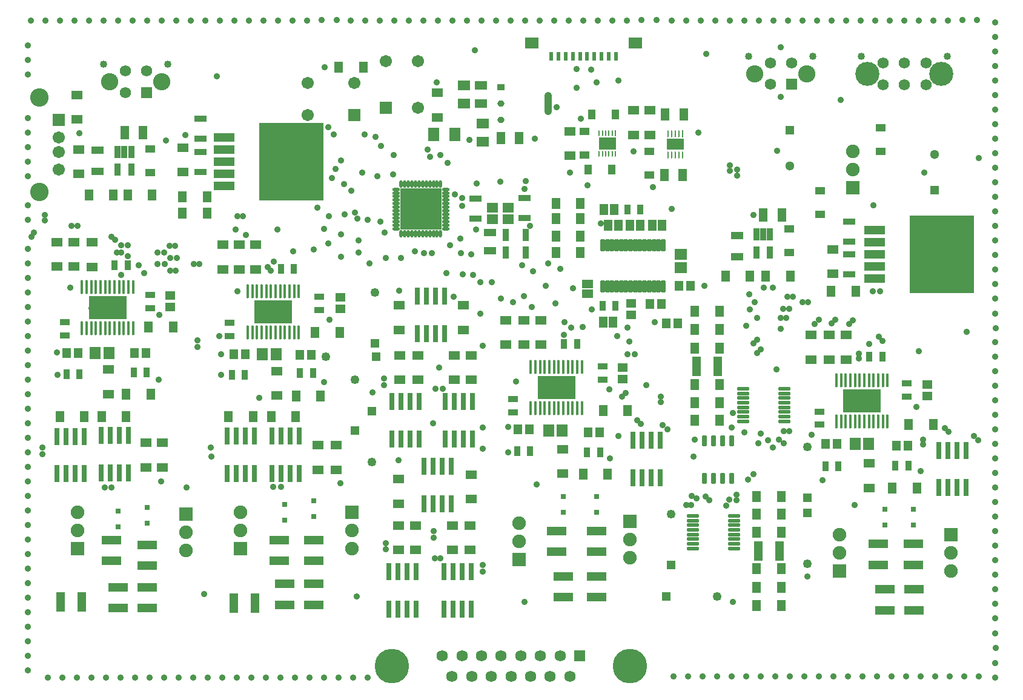
<source format=gbr>
%TF.GenerationSoftware,Altium Limited,Altium Designer,25.3.3 (18)*%
G04 Layer_Color=8388736*
%FSLAX45Y45*%
%MOMM*%
%TF.SameCoordinates,7852E7E1-4E30-4CDD-8EF1-640B4E54786C*%
%TF.FilePolarity,Negative*%
%TF.FileFunction,Soldermask,Top*%
%TF.Part,Single*%
G01*
G75*
%TA.AperFunction,SMDPad,CuDef*%
%ADD10R,1.50000X1.25000*%
G04:AMPARAMS|DCode=11|XSize=1.95543mm|YSize=0.42077mm|CornerRadius=0.21038mm|HoleSize=0mm|Usage=FLASHONLY|Rotation=270.000|XOffset=0mm|YOffset=0mm|HoleType=Round|Shape=RoundedRectangle|*
%AMROUNDEDRECTD11*
21,1,1.95543,0.00000,0,0,270.0*
21,1,1.53467,0.42077,0,0,270.0*
1,1,0.42077,0.00000,-0.76733*
1,1,0.42077,0.00000,0.76733*
1,1,0.42077,0.00000,0.76733*
1,1,0.42077,0.00000,-0.76733*
%
%ADD11ROUNDEDRECTD11*%
%ADD12R,5.26000X3.20000*%
%ADD13R,0.42077X1.95543*%
%ADD16R,1.80000X1.00000*%
%ADD17R,1.20490X2.70620*%
%ADD19R,1.80000X1.40000*%
%ADD25R,1.35000X1.10000*%
%ADD28R,1.25000X1.50000*%
%ADD29R,0.95000X1.40000*%
G04:AMPARAMS|DCode=31|XSize=1.00429mm|YSize=3.18213mm|CornerRadius=0.43687mm|HoleSize=0mm|Usage=FLASHONLY|Rotation=0.000|XOffset=0mm|YOffset=0mm|HoleType=Round|Shape=RoundedRectangle|*
%AMROUNDEDRECTD31*
21,1,1.00429,2.30840,0,0,0.0*
21,1,0.13056,3.18213,0,0,0.0*
1,1,0.87373,0.06528,-1.15420*
1,1,0.87373,-0.06528,-1.15420*
1,1,0.87373,-0.06528,1.15420*
1,1,0.87373,0.06528,1.15420*
%
%ADD31ROUNDEDRECTD31*%
G04:AMPARAMS|DCode=32|XSize=1.00429mm|YSize=0.87213mm|CornerRadius=0.43606mm|HoleSize=0mm|Usage=FLASHONLY|Rotation=0.000|XOffset=0mm|YOffset=0mm|HoleType=Round|Shape=RoundedRectangle|*
%AMROUNDEDRECTD32*
21,1,1.00429,0.00000,0,0,0.0*
21,1,0.13216,0.87213,0,0,0.0*
1,1,0.87213,0.06608,0.00000*
1,1,0.87213,-0.06608,0.00000*
1,1,0.87213,-0.06608,0.00000*
1,1,0.87213,0.06608,0.00000*
%
%ADD32ROUNDEDRECTD32*%
%ADD33R,1.70620X1.15464*%
%ADD34R,1.70000X0.95000*%
%ADD36R,1.30464X1.45620*%
%ADD37R,1.45620X1.30464*%
%ADD41R,1.50550X1.85822*%
G04:AMPARAMS|DCode=42|XSize=0.83107mm|YSize=0.22247mm|CornerRadius=0.11124mm|HoleSize=0mm|Usage=FLASHONLY|Rotation=270.000|XOffset=0mm|YOffset=0mm|HoleType=Round|Shape=RoundedRectangle|*
%AMROUNDEDRECTD42*
21,1,0.83107,0.00000,0,0,270.0*
21,1,0.60859,0.22247,0,0,270.0*
1,1,0.22247,0.00000,-0.30430*
1,1,0.22247,0.00000,0.30430*
1,1,0.22247,0.00000,0.30430*
1,1,0.22247,0.00000,-0.30430*
%
%ADD42ROUNDEDRECTD42*%
%ADD43R,2.48000X1.75000*%
%ADD44R,0.22247X0.83107*%
%ADD45R,0.95000X1.70000*%
%ADD46R,1.10000X1.35000*%
%ADD47R,1.15464X1.70620*%
%ADD48R,0.24247X0.98102*%
G04:AMPARAMS|DCode=49|XSize=0.98102mm|YSize=0.24247mm|CornerRadius=0.12124mm|HoleSize=0mm|Usage=FLASHONLY|Rotation=270.000|XOffset=0mm|YOffset=0mm|HoleType=Round|Shape=RoundedRectangle|*
%AMROUNDEDRECTD49*
21,1,0.98102,0.00000,0,0,270.0*
21,1,0.73855,0.24247,0,0,270.0*
1,1,0.24247,0.00000,-0.36927*
1,1,0.24247,0.00000,0.36927*
1,1,0.24247,0.00000,0.36927*
1,1,0.24247,0.00000,-0.36927*
%
%ADD49ROUNDEDRECTD49*%
%ADD50R,2.48000X1.65000*%
%ADD53R,1.40000X0.95000*%
%ADD54R,2.70620X1.20490*%
%ADD55R,1.00429X0.87213*%
%TA.AperFunction,ComponentPad*%
%ADD61R,1.25000X1.25000*%
%ADD62C,1.25000*%
%ADD63C,4.82500*%
%ADD64C,1.59140*%
%ADD65R,1.59140X1.59140*%
%ADD69C,1.02000*%
%ADD70C,1.57000*%
%ADD71R,1.57000X1.57000*%
%ADD72C,2.41000*%
%ADD78R,1.25000X1.25000*%
%ADD79C,3.37300*%
%ADD81R,1.30000X1.30000*%
%ADD82C,1.30000*%
%TA.AperFunction,SMDPad,CuDef*%
%ADD113R,1.85320X1.50320*%
%ADD114R,0.50320X1.20320*%
%ADD115R,0.80320X2.40320*%
G04:AMPARAMS|DCode=116|XSize=1.7732mm|YSize=0.6132mm|CornerRadius=0.15285mm|HoleSize=0mm|Usage=FLASHONLY|Rotation=270.000|XOffset=0mm|YOffset=0mm|HoleType=Round|Shape=RoundedRectangle|*
%AMROUNDEDRECTD116*
21,1,1.77320,0.30750,0,0,270.0*
21,1,1.46750,0.61320,0,0,270.0*
1,1,0.30570,-0.15375,-0.73375*
1,1,0.30570,-0.15375,0.73375*
1,1,0.30570,0.15375,0.73375*
1,1,0.30570,0.15375,-0.73375*
%
%ADD116ROUNDEDRECTD116*%
%ADD117R,1.30320X1.55320*%
%ADD118R,5.80320X5.80320*%
%ADD119O,0.45320X1.10320*%
%ADD120O,1.10320X0.45320*%
%ADD121R,0.85320X1.80320*%
%ADD122R,1.30320X1.90320*%
%ADD123O,1.75320X0.55320*%
%ADD124R,1.60320X1.35320*%
G04:AMPARAMS|DCode=125|XSize=0.7532mm|YSize=1.4532mm|CornerRadius=0.1511mm|HoleSize=0mm|Usage=FLASHONLY|Rotation=0.000|XOffset=0mm|YOffset=0mm|HoleType=Round|Shape=RoundedRectangle|*
%AMROUNDEDRECTD125*
21,1,0.75320,1.15100,0,0,0.0*
21,1,0.45100,1.45320,0,0,0.0*
1,1,0.30220,0.22550,-0.57550*
1,1,0.30220,-0.22550,-0.57550*
1,1,0.30220,-0.22550,0.57550*
1,1,0.30220,0.22550,0.57550*
%
%ADD125ROUNDEDRECTD125*%
%ADD126R,1.55320X1.30320*%
%ADD127R,1.70320X1.60320*%
%ADD128R,9.00000X10.80000*%
%ADD129R,2.90000X1.20000*%
%ADD130R,2.90320X1.20320*%
%ADD131R,0.80320X0.80320*%
%ADD132R,1.60320X1.70320*%
%TA.AperFunction,ComponentPad*%
%ADD133C,2.58320*%
%ADD134C,1.71120*%
%ADD135R,1.71120X1.71120*%
%ADD136R,1.90320X1.90320*%
%ADD137C,1.90320*%
%ADD138R,1.70320X1.70320*%
%ADD139C,1.70320*%
%ADD140R,1.70320X1.70320*%
%ADD141R,1.90320X1.90320*%
%TA.AperFunction,ViaPad*%
%ADD142C,0.90320*%
D10*
X4673603Y9898604D02*
D03*
X4673600Y10243600D02*
D03*
X4699000Y9481600D02*
D03*
X4699003Y9136604D02*
D03*
X12687297Y10027696D02*
D03*
X12687300Y9682700D02*
D03*
X12458697Y10027696D02*
D03*
X12458700Y9682700D02*
D03*
X11569697Y9735596D02*
D03*
X11569700Y9390600D02*
D03*
X15239999Y8084600D02*
D03*
X15240002Y7739604D02*
D03*
X6159500Y9507000D02*
D03*
X6159503Y9162004D02*
D03*
X9182097Y7298697D02*
D03*
X9182100Y6953700D02*
D03*
X9715497Y10272597D02*
D03*
X9715500Y9927600D02*
D03*
X7467597Y6382796D02*
D03*
X7467600Y6037800D02*
D03*
X8047153Y4998417D02*
D03*
X8047150Y5343413D02*
D03*
X8302300Y5343417D02*
D03*
X8302303Y4998420D02*
D03*
X7175503Y7803104D02*
D03*
X7175500Y8148100D02*
D03*
X6946903Y7803104D02*
D03*
X6946900Y8148100D02*
D03*
X6718303Y7803104D02*
D03*
X6718300Y8148100D02*
D03*
X10080997Y7298697D02*
D03*
X10081000Y6953701D02*
D03*
X9949723Y6601252D02*
D03*
X9949727Y6256255D02*
D03*
X10192194Y6601251D02*
D03*
X10192197Y6256255D02*
D03*
X9193025Y6601250D02*
D03*
X9193028Y6256254D02*
D03*
X9441904Y6601251D02*
D03*
X9441907Y6256254D02*
D03*
X10186935Y4933303D02*
D03*
X10186938Y4588307D02*
D03*
X9926739Y4223158D02*
D03*
X9926743Y3878161D02*
D03*
X10175808Y4223158D02*
D03*
X10175811Y3878161D02*
D03*
X9174156Y4223158D02*
D03*
X9174159Y3878161D02*
D03*
X9406167Y4223156D02*
D03*
X9406171Y3878160D02*
D03*
X9169397Y4871496D02*
D03*
X9169400Y4526500D02*
D03*
X10668003Y6749004D02*
D03*
X10668000Y7094000D02*
D03*
X11468097Y5290596D02*
D03*
X11468100Y4945600D02*
D03*
X11163303Y6749004D02*
D03*
X11163300Y7094000D02*
D03*
X10922003Y6749004D02*
D03*
X10922000Y7094000D02*
D03*
X15749409Y5089150D02*
D03*
X15749413Y4744154D02*
D03*
X15430070Y6540203D02*
D03*
X15430067Y6885200D02*
D03*
X15188844Y6540204D02*
D03*
X15188840Y6885200D02*
D03*
X14934750Y6540203D02*
D03*
X14934747Y6885200D02*
D03*
X5638800Y5034500D02*
D03*
X5638797Y5379496D02*
D03*
X5868830Y5379500D02*
D03*
X5868833Y5034504D02*
D03*
X4394200Y8186200D02*
D03*
X4394203Y7841204D02*
D03*
X4635500Y8186200D02*
D03*
X4635503Y7841204D02*
D03*
X4889497Y8180897D02*
D03*
X4889500Y7835900D02*
D03*
X5118103Y6055803D02*
D03*
X5118100Y6400800D02*
D03*
D11*
X5332900Y7551938D02*
D03*
X5267900D02*
D03*
X5202900D02*
D03*
X5137900D02*
D03*
X5072900D02*
D03*
X5007900D02*
D03*
X4942900D02*
D03*
X4877900D02*
D03*
X4812900D02*
D03*
X4747900D02*
D03*
Y6976862D02*
D03*
X4812900D02*
D03*
X4877900D02*
D03*
X4942900D02*
D03*
X5007900D02*
D03*
X5072900D02*
D03*
X5137900D02*
D03*
X5202900D02*
D03*
X5267900D02*
D03*
X5332900D02*
D03*
X5397900D02*
D03*
X5462900D02*
D03*
X5397900Y7551938D02*
D03*
X15944501Y6250938D02*
D03*
X7714900Y7496577D02*
D03*
X11671700Y6434338D02*
D03*
X11346700D02*
D03*
X7779900Y6921500D02*
D03*
X7714900D02*
D03*
X7649900D02*
D03*
X7584900D02*
D03*
X7519900D02*
D03*
X7454900D02*
D03*
X7389900D02*
D03*
X7324900D02*
D03*
X7259900D02*
D03*
X7194900D02*
D03*
X7129900D02*
D03*
X7064900D02*
D03*
Y7496577D02*
D03*
X7129900D02*
D03*
X7194900D02*
D03*
X7259900D02*
D03*
X7324900D02*
D03*
X7389900D02*
D03*
X7454900D02*
D03*
X7519900D02*
D03*
X7584900D02*
D03*
X7649900D02*
D03*
X11606700Y6434338D02*
D03*
X11541700D02*
D03*
X11476700D02*
D03*
X11411700D02*
D03*
X11281700D02*
D03*
X11216700D02*
D03*
X11151700D02*
D03*
X11086700D02*
D03*
X11021700D02*
D03*
Y5859262D02*
D03*
X11086700D02*
D03*
X11151700D02*
D03*
X11216700D02*
D03*
X11281700D02*
D03*
X11346700D02*
D03*
X11411700D02*
D03*
X11476700D02*
D03*
X11541700D02*
D03*
X11606700D02*
D03*
X11671700D02*
D03*
X11736700D02*
D03*
X15879500Y6250938D02*
D03*
X15814500D02*
D03*
X15749500D02*
D03*
X15684500D02*
D03*
X15619501D02*
D03*
X15554500D02*
D03*
X15489500D02*
D03*
X15424500D02*
D03*
X15359500D02*
D03*
X15294501D02*
D03*
Y5675861D02*
D03*
X15359500D02*
D03*
X15424500D02*
D03*
X15489500D02*
D03*
X15554500D02*
D03*
X15619501D02*
D03*
X15684500D02*
D03*
X15749500D02*
D03*
X15814500D02*
D03*
X15879500D02*
D03*
X15944501D02*
D03*
X16009500D02*
D03*
D12*
X5105400Y7264400D02*
D03*
X15652000Y5963400D02*
D03*
X11379200Y6146800D02*
D03*
X7422400Y7209038D02*
D03*
D13*
X5462900Y7551938D02*
D03*
X16009500Y6250938D02*
D03*
X7779900Y7496577D02*
D03*
X11736700Y6434338D02*
D03*
D16*
X10452100Y8066500D02*
D03*
Y8316500D02*
D03*
X4965700Y9171800D02*
D03*
Y9471800D02*
D03*
X13906500Y7978000D02*
D03*
Y8278000D02*
D03*
D17*
X14205936Y3866002D02*
D03*
X14496065D02*
D03*
X13632465Y6447011D02*
D03*
X13342336D02*
D03*
X6873388Y3138917D02*
D03*
X7163518D02*
D03*
X4742465Y3149600D02*
D03*
X4452335D02*
D03*
D19*
X10350500Y9845500D02*
D03*
Y9585500D02*
D03*
X10083800Y10118900D02*
D03*
Y10378900D02*
D03*
D25*
X5702300Y9486800D02*
D03*
Y9156800D02*
D03*
X12674600Y9448700D02*
D03*
Y9118700D02*
D03*
X11772900Y9728100D02*
D03*
Y9398100D02*
D03*
X15062199Y8572600D02*
D03*
Y8902600D02*
D03*
X14630400Y8039100D02*
D03*
Y8369100D02*
D03*
X15913100Y9448900D02*
D03*
Y9778900D02*
D03*
D28*
X5384800Y8839200D02*
D03*
X5729797Y8839203D02*
D03*
X4844000Y8839200D02*
D03*
X5188996Y8839203D02*
D03*
X8336504Y10629897D02*
D03*
X11371800Y8724900D02*
D03*
X11716796Y8724903D02*
D03*
X11716800Y8267700D02*
D03*
X11371804Y8267697D02*
D03*
X11371800Y8039100D02*
D03*
X11716796Y8039103D02*
D03*
X11371800Y8509000D02*
D03*
X11716796Y8509003D02*
D03*
X14087172Y7708903D02*
D03*
X13742175Y7708900D02*
D03*
X14305499D02*
D03*
X14650496Y7708903D02*
D03*
X15564896Y7493003D02*
D03*
X15219901Y7493000D02*
D03*
X6497100Y8585200D02*
D03*
X6152104Y8585197D02*
D03*
X6152100Y8813800D02*
D03*
X6497096Y8813803D02*
D03*
X8681500Y10629900D02*
D03*
X7392053Y5742417D02*
D03*
X7737049Y5742420D02*
D03*
X8084596Y6032503D02*
D03*
X7739600Y6032500D02*
D03*
X8351296Y6921503D02*
D03*
X8006300Y6921500D02*
D03*
X6795153Y5742417D02*
D03*
X7140149Y5742420D02*
D03*
X12377196Y5829303D02*
D03*
X12032200Y5829300D02*
D03*
X12097796Y4940303D02*
D03*
X11752800Y4940300D02*
D03*
X13314900Y6704445D02*
D03*
X13659895Y6704448D02*
D03*
X13314900Y5942200D02*
D03*
X13659895Y5942204D02*
D03*
X13314900Y7219311D02*
D03*
X13659895Y7219314D02*
D03*
X13314900Y6963889D02*
D03*
X13659895Y6963892D02*
D03*
X14523500Y4124666D02*
D03*
X14178503Y4124663D02*
D03*
X14523500Y3617207D02*
D03*
X14178503Y3617203D02*
D03*
X14523500Y3098351D02*
D03*
X14178503Y3098347D02*
D03*
X14523500Y3356754D02*
D03*
X14178503Y3356750D02*
D03*
X14523500Y4377741D02*
D03*
X14178503Y4377738D02*
D03*
X13314900Y6195612D02*
D03*
X13659895Y6195615D02*
D03*
X13314899Y5694332D02*
D03*
X13659895Y5694335D02*
D03*
X14523500Y4630164D02*
D03*
X14178503Y4630161D02*
D03*
X16421397Y4744203D02*
D03*
X16076401Y4744200D02*
D03*
X16649997Y5633203D02*
D03*
X16305000Y5633200D02*
D03*
X4437600Y5740400D02*
D03*
X4782596Y5740403D02*
D03*
X5364700Y6057900D02*
D03*
X5709696Y6057903D02*
D03*
X5022140Y5740400D02*
D03*
X5367136Y5740403D02*
D03*
X6021897Y6997703D02*
D03*
X5676900Y6997700D02*
D03*
D29*
X12208300Y7289800D02*
D03*
X15940045Y6585846D02*
D03*
X7712500Y7810500D02*
D03*
X11668929Y6758592D02*
D03*
X5388400Y7861300D02*
D03*
X12023300Y7289800D02*
D03*
X12554800Y8636000D02*
D03*
X12369800D02*
D03*
X7979200Y6350000D02*
D03*
X7794200D02*
D03*
X7527500Y7810500D02*
D03*
X6841700Y6324600D02*
D03*
X7026700D02*
D03*
X11483929Y6758592D02*
D03*
X11992400Y5245100D02*
D03*
X11807400D02*
D03*
X10829500Y5257800D02*
D03*
X11014500D02*
D03*
X15138509Y5048513D02*
D03*
X15323509D02*
D03*
X16303300Y5056654D02*
D03*
X16118300D02*
D03*
X15755045Y6585846D02*
D03*
X5470100Y6362700D02*
D03*
X5655100D02*
D03*
X4715300Y6337300D02*
D03*
X4530300D02*
D03*
X5203400Y7861300D02*
D03*
D31*
X11264200Y10121900D02*
D03*
D32*
X10605200D02*
D03*
Y9892900D02*
D03*
D33*
X10325100Y10121322D02*
D03*
Y10376478D02*
D03*
D34*
X10248900Y8508700D02*
D03*
Y8788700D02*
D03*
X10934700Y8801400D02*
D03*
Y8521400D02*
D03*
X15468600Y8471200D02*
D03*
Y8191200D02*
D03*
Y7734000D02*
D03*
Y8014000D02*
D03*
X6400800Y9906300D02*
D03*
Y9626300D02*
D03*
Y9442583D02*
D03*
Y9162583D02*
D03*
D36*
X12682922Y7315200D02*
D03*
X12844078D02*
D03*
X13072678Y7048500D02*
D03*
X12911522D02*
D03*
X13089322Y7569200D02*
D03*
X13250478D02*
D03*
X7954578Y6604000D02*
D03*
X7793422D02*
D03*
X6866322Y6616700D02*
D03*
X7027478D02*
D03*
X11980478Y5524500D02*
D03*
X11819322D02*
D03*
X10841422Y5562600D02*
D03*
X11002578D02*
D03*
X15139622Y5366500D02*
D03*
X15300778D02*
D03*
X16291377Y5341100D02*
D03*
X16130222D02*
D03*
X4690678Y6629400D02*
D03*
X4529522D02*
D03*
X5482022D02*
D03*
X5643178D02*
D03*
D37*
X12420600Y7323956D02*
D03*
Y7162800D02*
D03*
X16566400Y6196378D02*
D03*
X12306300Y6430578D02*
D03*
X8356600Y7408478D02*
D03*
X5981700Y7433878D02*
D03*
X8356600Y7247322D02*
D03*
X12306300Y6269422D02*
D03*
X16566400Y6035222D02*
D03*
X5981700Y7272722D02*
D03*
D41*
X9956800Y9690100D02*
D03*
X9661528D02*
D03*
D42*
X12067900Y9707153D02*
D03*
X11977900D02*
D03*
Y9419047D02*
D03*
X12022900D02*
D03*
X12067900D02*
D03*
X12112900D02*
D03*
X12157900D02*
D03*
X12202900D02*
D03*
X12022900Y9707153D02*
D03*
X12112900D02*
D03*
X12157900D02*
D03*
D43*
X12090400Y9563100D02*
D03*
D44*
X12202900Y9707153D02*
D03*
D45*
X10667700Y8039100D02*
D03*
X10947700D02*
D03*
Y8280400D02*
D03*
X10667700D02*
D03*
D46*
X11874600Y9969500D02*
D03*
X12204600D02*
D03*
X12153800Y9194800D02*
D03*
X11823800D02*
D03*
D47*
X13157777Y9969500D02*
D03*
X12902621D02*
D03*
X12889922Y9118600D02*
D03*
X13145078D02*
D03*
X10603922Y9639300D02*
D03*
X10859078D02*
D03*
D48*
X13142900Y9696955D02*
D03*
D49*
X13092900D02*
D03*
X13042900D02*
D03*
X12992900D02*
D03*
X12942900D02*
D03*
Y9403845D02*
D03*
X12992900D02*
D03*
X13042900D02*
D03*
X13092900D02*
D03*
X13142900D02*
D03*
D50*
X13042900Y9550400D02*
D03*
D53*
X10769600Y5800300D02*
D03*
Y5985300D02*
D03*
X16274300Y6208300D02*
D03*
X12026900Y6442500D02*
D03*
X8064500Y7420400D02*
D03*
X5702300Y7445800D02*
D03*
X8064500Y7235400D02*
D03*
X6807200Y7052100D02*
D03*
Y6867100D02*
D03*
X12026900Y6257500D02*
D03*
X15055099Y5814600D02*
D03*
Y5629600D02*
D03*
X16274300Y6023300D02*
D03*
X5702300Y7260800D02*
D03*
X4508500Y6879800D02*
D03*
Y7064800D02*
D03*
D54*
X16368394Y3672689D02*
D03*
X11944381Y3855435D02*
D03*
X7988670Y3728839D02*
D03*
X5662560Y3660867D02*
D03*
X7505700Y4018565D02*
D03*
Y3728435D02*
D03*
X7582270Y3113884D02*
D03*
Y3404014D02*
D03*
X7988670D02*
D03*
Y3113884D02*
D03*
Y4018969D02*
D03*
X16381094Y3327819D02*
D03*
Y3037689D02*
D03*
X15974695D02*
D03*
Y3327819D02*
D03*
X15880600Y3962165D02*
D03*
Y3672035D02*
D03*
X16368394Y3962819D02*
D03*
X11474481Y3220435D02*
D03*
Y3510565D02*
D03*
X11944381Y4145565D02*
D03*
Y3510565D02*
D03*
Y3220435D02*
D03*
X11379200Y4145565D02*
D03*
Y3855435D02*
D03*
X5662560Y3950997D02*
D03*
X5256160Y3358165D02*
D03*
Y3068035D02*
D03*
X5156200Y3728435D02*
D03*
Y4018565D02*
D03*
X5662560Y3068035D02*
D03*
Y3358165D02*
D03*
D55*
X10605200Y10350900D02*
D03*
D61*
X8864000Y6578600D02*
D03*
X12916499Y3225800D02*
D03*
D62*
X8154000Y6578600D02*
D03*
X12979401Y4380900D02*
D03*
X8839200Y7480300D02*
D03*
X8801100Y5106000D02*
D03*
X8559800Y6260500D02*
D03*
X13626500Y3225800D02*
D03*
X14884399Y5321300D02*
D03*
Y3683600D02*
D03*
D63*
X9077960Y2255520D02*
D03*
X12410440D02*
D03*
D64*
X9784080Y2397760D02*
D03*
X10058400D02*
D03*
X10332720D02*
D03*
X10607039D02*
D03*
X10881359D02*
D03*
X11155679D02*
D03*
X11429999D02*
D03*
X9921241Y2113280D02*
D03*
X10195561D02*
D03*
X10469881D02*
D03*
X10744200D02*
D03*
X11018520D02*
D03*
X11292840D02*
D03*
X11567160D02*
D03*
D65*
X11704319Y2397760D02*
D03*
D69*
X14068500Y10782600D02*
D03*
X14968500D02*
D03*
X5051500Y10668300D02*
D03*
X5951500D02*
D03*
X16844955Y10780100D02*
D03*
X15644955D02*
D03*
D70*
X14368500Y10688600D02*
D03*
X14668500D02*
D03*
X14368500Y10388600D02*
D03*
X5351500Y10574300D02*
D03*
X5651500D02*
D03*
X5351500Y10274300D02*
D03*
X15944955Y10686100D02*
D03*
X16244955D02*
D03*
X16544955D02*
D03*
X15944955Y10386100D02*
D03*
X16244955D02*
D03*
X16544955D02*
D03*
D71*
X14668500Y10388600D02*
D03*
X5651500Y10274300D02*
D03*
D72*
X14883501Y10538600D02*
D03*
X14153500D02*
D03*
X5866500Y10424300D02*
D03*
X5136500D02*
D03*
D78*
X12979401Y3670900D02*
D03*
X8839200Y6770300D02*
D03*
X8801100Y5816000D02*
D03*
X8559800Y5550500D02*
D03*
X14884399Y4611300D02*
D03*
Y4393600D02*
D03*
D79*
X16759955Y10536100D02*
D03*
X15729955D02*
D03*
D81*
X16662399Y8906700D02*
D03*
X14643100Y9745600D02*
D03*
D82*
X16662399Y9406700D02*
D03*
X14643100Y9245600D02*
D03*
D113*
X11032700Y10970900D02*
D03*
X12487700D02*
D03*
D114*
X11610200Y10780900D02*
D03*
X11710200D02*
D03*
X12210200D02*
D03*
X12110200D02*
D03*
X12010200D02*
D03*
X11910200D02*
D03*
X11810200D02*
D03*
X11510200D02*
D03*
X11410200D02*
D03*
X11310200D02*
D03*
D115*
X5397500Y5479700D02*
D03*
X5270500D02*
D03*
X5143500D02*
D03*
X5016500Y4959700D02*
D03*
X5143500D02*
D03*
X5270500D02*
D03*
X5397500D02*
D03*
X5016500Y5479700D02*
D03*
X9436100Y6904300D02*
D03*
X9563100D02*
D03*
X9690100D02*
D03*
X9817100Y7424300D02*
D03*
X9690100D02*
D03*
X9563100D02*
D03*
X9436100D02*
D03*
X9817100Y6904300D02*
D03*
X9810311Y3573007D02*
D03*
X9937311D02*
D03*
X10064311D02*
D03*
X10191311D02*
D03*
Y3053007D02*
D03*
X10064311D02*
D03*
X9937311D02*
D03*
X9810311D02*
D03*
X16722784Y5271554D02*
D03*
X12446000Y5410200D02*
D03*
X9457408Y5431102D02*
D03*
X10207697D02*
D03*
X9912836Y4526207D02*
D03*
X9421671Y3053007D02*
D03*
X7399453Y5469017D02*
D03*
X6777153D02*
D03*
X4394200Y5467000D02*
D03*
X7780453Y4949017D02*
D03*
X7653453D02*
D03*
X7526453D02*
D03*
X7399453D02*
D03*
X7526453Y5469017D02*
D03*
X7653453D02*
D03*
X7780453D02*
D03*
X7158153Y4949017D02*
D03*
X7031153D02*
D03*
X6904153D02*
D03*
X6777153D02*
D03*
X6904153Y5469017D02*
D03*
X7031153D02*
D03*
X7158153D02*
D03*
X9531836Y5046207D02*
D03*
X9658836D02*
D03*
X9785836D02*
D03*
X9912836D02*
D03*
X9785836Y4526207D02*
D03*
X9658836D02*
D03*
X9531836D02*
D03*
X9076408Y5951102D02*
D03*
X9203408D02*
D03*
X9330408D02*
D03*
X9457408D02*
D03*
X9330408Y5431102D02*
D03*
X9203408D02*
D03*
X9076408D02*
D03*
X9040671Y3573007D02*
D03*
X9167671D02*
D03*
X9294671D02*
D03*
X9421671D02*
D03*
X9294671Y3053007D02*
D03*
X9167671D02*
D03*
X9040671D02*
D03*
X9826697Y5951102D02*
D03*
X9953697D02*
D03*
X10080697D02*
D03*
X10207697D02*
D03*
X10080697Y5431102D02*
D03*
X9953697D02*
D03*
X9826697D02*
D03*
X12827000Y4890200D02*
D03*
X12700000D02*
D03*
X12573000D02*
D03*
X12446000D02*
D03*
X12573000Y5410200D02*
D03*
X12700000D02*
D03*
X12827000D02*
D03*
X17103784Y4751554D02*
D03*
X16976784D02*
D03*
X16849783D02*
D03*
X16722784D02*
D03*
X16849783Y5271554D02*
D03*
X16976784D02*
D03*
X17103784D02*
D03*
X4775200Y4947000D02*
D03*
X4648200D02*
D03*
X4521200D02*
D03*
X4394200D02*
D03*
X4521200Y5467000D02*
D03*
X4648200D02*
D03*
X4775200D02*
D03*
D116*
X12871899Y7566700D02*
D03*
X12806900D02*
D03*
X12741900D02*
D03*
X12676900D02*
D03*
X12611900D02*
D03*
X12546900D02*
D03*
X12481900D02*
D03*
X12416900D02*
D03*
X12351900D02*
D03*
X12221900D02*
D03*
X12156900D02*
D03*
X12091900D02*
D03*
X12026900D02*
D03*
Y8140700D02*
D03*
X12091900D02*
D03*
X12156900D02*
D03*
X12221900D02*
D03*
X12286900D02*
D03*
X12351900D02*
D03*
X12416900D02*
D03*
X12481900D02*
D03*
X12546900D02*
D03*
X12611900D02*
D03*
X12676900D02*
D03*
X12741900D02*
D03*
X12806900D02*
D03*
X12871899D02*
D03*
X12286900Y7566700D02*
D03*
D117*
X12102800Y8420100D02*
D03*
X12242800D02*
D03*
X12173100Y7061200D02*
D03*
X12033100D02*
D03*
X12407900Y8420100D02*
D03*
X12547900D02*
D03*
X12858900D02*
D03*
X12718900D02*
D03*
X12185800Y8636000D02*
D03*
X12045800D02*
D03*
D118*
X9485700Y8646600D02*
D03*
D119*
X9710700Y8301600D02*
D03*
X9660700D02*
D03*
X9610700D02*
D03*
X9560700D02*
D03*
X9510700D02*
D03*
X9460700D02*
D03*
X9360700D02*
D03*
X9310700D02*
D03*
X9260700D02*
D03*
X9210700D02*
D03*
X9260700Y8991600D02*
D03*
X9310700D02*
D03*
X9360700D02*
D03*
X9410700D02*
D03*
X9460700D02*
D03*
X9510700D02*
D03*
X9560700D02*
D03*
X9610700D02*
D03*
X9660700D02*
D03*
X9710700D02*
D03*
X9760700D02*
D03*
X9410700Y8301600D02*
D03*
X9210700Y8991600D02*
D03*
X9760700Y8301600D02*
D03*
D120*
X9140700Y8421600D02*
D03*
Y8471600D02*
D03*
Y8521600D02*
D03*
Y8571600D02*
D03*
Y8621600D02*
D03*
Y8671600D02*
D03*
Y8721600D02*
D03*
Y8771600D02*
D03*
Y8821600D02*
D03*
Y8871600D02*
D03*
Y8921600D02*
D03*
X9830700D02*
D03*
Y8871600D02*
D03*
Y8821600D02*
D03*
Y8721600D02*
D03*
Y8671600D02*
D03*
Y8621600D02*
D03*
Y8571600D02*
D03*
Y8521600D02*
D03*
Y8471600D02*
D03*
Y8421600D02*
D03*
Y8371600D02*
D03*
Y8771600D02*
D03*
X9140700Y8371600D02*
D03*
D121*
X5435100Y9194800D02*
D03*
X5245100D02*
D03*
Y9444800D02*
D03*
X5340100D02*
D03*
X5435100D02*
D03*
X14363699Y8039100D02*
D03*
X14173700D02*
D03*
Y8289100D02*
D03*
X14268700D02*
D03*
X14363699D02*
D03*
D122*
X5603700Y9715500D02*
D03*
X5343700D02*
D03*
X14531799Y8559800D02*
D03*
X14271800D02*
D03*
D123*
X14562300Y5743000D02*
D03*
X13288800Y4290000D02*
D03*
X14562300Y5678000D02*
D03*
Y5808000D02*
D03*
Y5873000D02*
D03*
Y5938000D02*
D03*
Y6003000D02*
D03*
Y6068000D02*
D03*
Y6133000D02*
D03*
X13987300Y5678000D02*
D03*
Y5743000D02*
D03*
Y5808000D02*
D03*
Y5873000D02*
D03*
Y5938000D02*
D03*
Y6003000D02*
D03*
Y6068000D02*
D03*
Y6133000D02*
D03*
X13863800Y3900000D02*
D03*
Y3965000D02*
D03*
Y4030000D02*
D03*
Y4095000D02*
D03*
Y4160000D02*
D03*
Y4225000D02*
D03*
Y4290000D02*
D03*
Y4355000D02*
D03*
X13288800Y3900000D02*
D03*
Y3965000D02*
D03*
Y4030000D02*
D03*
Y4095000D02*
D03*
Y4160000D02*
D03*
Y4225000D02*
D03*
Y4355000D02*
D03*
D124*
X10701800Y8505200D02*
D03*
X10481800D02*
D03*
Y8665200D02*
D03*
X10701800D02*
D03*
D125*
X13830299Y5406000D02*
D03*
X13703300D02*
D03*
X13576300D02*
D03*
X13449300D02*
D03*
X13830299Y4881000D02*
D03*
X13703300D02*
D03*
X13576300D02*
D03*
X13449300D02*
D03*
D126*
X11811000Y7461100D02*
D03*
Y7601100D02*
D03*
D127*
X13119099Y8013700D02*
D03*
Y7823700D02*
D03*
D128*
X16764000Y8013700D02*
D03*
X7670800Y9309100D02*
D03*
D129*
X15828999Y7673700D02*
D03*
Y7843700D02*
D03*
Y8013700D02*
D03*
X6735800Y9309100D02*
D03*
Y9139100D02*
D03*
Y8969100D02*
D03*
D130*
X15828999Y8183700D02*
D03*
Y8353700D02*
D03*
X6735800Y9649100D02*
D03*
Y9479100D02*
D03*
D131*
X7582866Y4292607D02*
D03*
Y4512607D02*
D03*
X7988670Y4570107D02*
D03*
Y4350107D02*
D03*
X15975290Y4446841D02*
D03*
Y4226841D02*
D03*
X16368394D02*
D03*
Y4446841D02*
D03*
X11944381Y4409587D02*
D03*
Y4629587D02*
D03*
X11474481D02*
D03*
Y4409587D02*
D03*
X5256756Y4419687D02*
D03*
Y4199687D02*
D03*
X5662560Y4257187D02*
D03*
Y4477187D02*
D03*
D132*
X7271000Y6616700D02*
D03*
X7461000D02*
D03*
X11271500Y5549900D02*
D03*
X11461500D02*
D03*
X15557001Y5366500D02*
D03*
X15747000D02*
D03*
X5124200Y6629400D02*
D03*
X4934200D02*
D03*
D133*
X4148600Y8887800D02*
D03*
Y10201800D02*
D03*
D134*
X4419600Y9194800D02*
D03*
Y9444800D02*
D03*
Y9644800D02*
D03*
D135*
Y9894800D02*
D03*
D136*
X4683658Y3895042D02*
D03*
X15333891Y3584348D02*
D03*
X6959600Y3898900D02*
D03*
X8520670Y4408916D02*
D03*
X10858500Y3746500D02*
D03*
X12410594Y4275094D02*
D03*
X16890509Y4092348D02*
D03*
X6197255Y4381500D02*
D03*
D137*
X4683658Y4149042D02*
D03*
Y4403042D02*
D03*
X15519400Y9194800D02*
D03*
Y9448800D02*
D03*
X15333891Y3838348D02*
D03*
Y4092348D02*
D03*
X16890509Y3584348D02*
D03*
X12410594Y3767094D02*
D03*
X8520670Y3900916D02*
D03*
X6197255Y3873500D02*
D03*
X6959600Y4152900D02*
D03*
Y4406900D02*
D03*
X8520670Y4154916D02*
D03*
X10858500Y4254500D02*
D03*
Y4000500D02*
D03*
X12410594Y4021094D02*
D03*
X16890509Y3838348D02*
D03*
X6197255Y4127500D02*
D03*
D138*
X8995200Y10063600D02*
D03*
D139*
X9445200D02*
D03*
Y10713600D02*
D03*
X8995200D02*
D03*
X8554600Y10410400D02*
D03*
X7904600D02*
D03*
Y9960400D02*
D03*
D140*
X8554600D02*
D03*
D141*
X15519400Y8940800D02*
D03*
D142*
X4076700Y8318500D02*
D03*
X11861800Y10591800D02*
D03*
X11658600Y10604500D02*
D03*
X16450043Y6657520D02*
D03*
X7924800Y2095500D02*
D03*
X4603750Y8407400D02*
D03*
X17513300Y2095500D02*
D03*
Y2298700D02*
D03*
X17518855Y2510942D02*
D03*
X17516078Y2715971D02*
D03*
X17513300Y3327400D02*
D03*
Y3530600D02*
D03*
Y3124200D02*
D03*
Y2921000D02*
D03*
Y4140200D02*
D03*
Y4343400D02*
D03*
Y3937000D02*
D03*
Y3733800D02*
D03*
Y4953000D02*
D03*
Y5156200D02*
D03*
Y4749800D02*
D03*
Y4546600D02*
D03*
Y5765800D02*
D03*
Y5969000D02*
D03*
Y5562600D02*
D03*
Y5359400D02*
D03*
Y6578600D02*
D03*
Y6781800D02*
D03*
Y6375400D02*
D03*
Y6172200D02*
D03*
X17518855Y6981342D02*
D03*
X17516078Y7186371D02*
D03*
X17513300Y10642600D02*
D03*
Y10845800D02*
D03*
Y11252200D02*
D03*
Y9829800D02*
D03*
Y10033000D02*
D03*
Y10439400D02*
D03*
Y11049000D02*
D03*
Y10236200D02*
D03*
Y9017000D02*
D03*
Y9220200D02*
D03*
Y9626600D02*
D03*
Y9423400D02*
D03*
Y8204200D02*
D03*
Y8407400D02*
D03*
Y8610600D02*
D03*
Y7594600D02*
D03*
Y7797800D02*
D03*
Y8001000D02*
D03*
Y8813800D02*
D03*
Y7391400D02*
D03*
X7895742Y11284744D02*
D03*
X6473342D02*
D03*
X7286142D02*
D03*
X7489342D02*
D03*
X7692542D02*
D03*
X6676542D02*
D03*
X6879742D02*
D03*
X7082942D02*
D03*
X5863742D02*
D03*
X5660542D02*
D03*
X6066942D02*
D03*
X6270142D02*
D03*
X5050942D02*
D03*
X4238142D02*
D03*
X4847742D02*
D03*
X5254142D02*
D03*
X5457342D02*
D03*
X4034942D02*
D03*
X4441342D02*
D03*
X4644542D02*
D03*
X8100771Y11287522D02*
D03*
X8305800Y11290300D02*
D03*
X9114942Y11284744D02*
D03*
X8911742D02*
D03*
X8505342D02*
D03*
X8708542D02*
D03*
X9927742D02*
D03*
X9724542D02*
D03*
X9318142D02*
D03*
X9521342D02*
D03*
X10740542D02*
D03*
X10537342D02*
D03*
X10130942D02*
D03*
X10334142D02*
D03*
X11553342D02*
D03*
X11350142D02*
D03*
X10943742D02*
D03*
X11146942D02*
D03*
X12366142D02*
D03*
X12162942D02*
D03*
X11756542D02*
D03*
X11959742D02*
D03*
X12571171Y11287522D02*
D03*
X12776200Y11290300D02*
D03*
X13598042Y11284744D02*
D03*
X13394843D02*
D03*
X12988441D02*
D03*
X13191643D02*
D03*
X14410841D02*
D03*
X14207642D02*
D03*
X13801242D02*
D03*
X14004442D02*
D03*
X15223642D02*
D03*
X15020442D02*
D03*
X14614043D02*
D03*
X14817242D02*
D03*
X16036443D02*
D03*
X15833241D02*
D03*
X15426842D02*
D03*
X15630042D02*
D03*
X16849242D02*
D03*
X16646042D02*
D03*
X16239642D02*
D03*
X16442842D02*
D03*
X17054271Y11287522D02*
D03*
X17259300Y11290300D02*
D03*
X14516100Y10210800D02*
D03*
X16903700Y8102600D02*
D03*
X16916400Y7924800D02*
D03*
X17119600Y8115300D02*
D03*
X17132300Y7937500D02*
D03*
X16446500Y8102600D02*
D03*
X16459200Y7924800D02*
D03*
X5295900Y7721600D02*
D03*
X7785100Y9245600D02*
D03*
Y9436100D02*
D03*
X8001000Y9245600D02*
D03*
Y9436100D02*
D03*
X7366000Y9245600D02*
D03*
Y9436100D02*
D03*
X14516100Y10909300D02*
D03*
X6191130Y9677097D02*
D03*
X4711700Y9702800D02*
D03*
X5918200Y9601200D02*
D03*
X7581900Y9245600D02*
D03*
Y9436100D02*
D03*
X16700500Y7924800D02*
D03*
X16687801Y8102600D02*
D03*
X15811501Y8699500D02*
D03*
X11874500Y7239000D02*
D03*
X14884399Y3505200D02*
D03*
X13842999Y3149600D02*
D03*
X16471899Y4978400D02*
D03*
X16408400Y5880100D02*
D03*
X15100301Y4851400D02*
D03*
X13842999Y5791200D02*
D03*
X12128500Y5156200D02*
D03*
X11480800Y6883400D02*
D03*
X12115800Y6121400D02*
D03*
X10706100Y5245100D02*
D03*
Y5600700D02*
D03*
X9944100Y7416800D02*
D03*
X7429500Y7912100D02*
D03*
X6921500Y7493000D02*
D03*
X6667500Y6870700D02*
D03*
X8204200Y7099300D02*
D03*
X8128000Y6223000D02*
D03*
X6692900Y6616700D02*
D03*
Y6324600D02*
D03*
X5854700Y4838700D02*
D03*
X5829300Y7162800D02*
D03*
X5384800Y7988300D02*
D03*
X4406900Y6324600D02*
D03*
X4394200Y6642100D02*
D03*
X4584700Y7543800D02*
D03*
X12725400Y8953500D02*
D03*
X11569700Y9156700D02*
D03*
X12458700Y9448800D02*
D03*
X13360400Y9715500D02*
D03*
X13449300Y7569200D02*
D03*
X17288358Y2113756D02*
D03*
X17083328Y2110978D02*
D03*
X16471899Y2108200D02*
D03*
X16268700D02*
D03*
X16675101D02*
D03*
X16878300D02*
D03*
X15659100D02*
D03*
X15455901D02*
D03*
X15862300D02*
D03*
X16065500D02*
D03*
X14846300D02*
D03*
X14643100D02*
D03*
X15049500D02*
D03*
X15252699D02*
D03*
X14033501D02*
D03*
X13830299D02*
D03*
X14236700D02*
D03*
X14439900D02*
D03*
X13220700D02*
D03*
X13017500D02*
D03*
X13423900D02*
D03*
X13627100D02*
D03*
X8331200Y2095500D02*
D03*
X8128000D02*
D03*
X8534400D02*
D03*
X8737600D02*
D03*
X7721600D02*
D03*
X7315200D02*
D03*
X7518400D02*
D03*
X6908800D02*
D03*
X7112000D02*
D03*
X6705600D02*
D03*
X6502400D02*
D03*
X6096000D02*
D03*
X6299200D02*
D03*
X5689600D02*
D03*
X5892800D02*
D03*
X4267200D02*
D03*
X4673600D02*
D03*
X4470400D02*
D03*
X5080000D02*
D03*
X4876800D02*
D03*
X5283200D02*
D03*
X5486400D02*
D03*
X3987800Y2197100D02*
D03*
Y2400300D02*
D03*
Y2806700D02*
D03*
Y2603500D02*
D03*
Y3213100D02*
D03*
Y3009900D02*
D03*
Y3416300D02*
D03*
Y3822700D02*
D03*
Y3619500D02*
D03*
Y10731500D02*
D03*
Y10934700D02*
D03*
Y10528300D02*
D03*
Y9918700D02*
D03*
Y9512300D02*
D03*
Y9715500D02*
D03*
Y9105900D02*
D03*
Y9309100D02*
D03*
Y8699500D02*
D03*
Y8496300D02*
D03*
Y7886700D02*
D03*
Y8089900D02*
D03*
Y7480300D02*
D03*
Y7683500D02*
D03*
Y7073900D02*
D03*
Y7277100D02*
D03*
Y6667500D02*
D03*
Y6870700D02*
D03*
Y6261100D02*
D03*
Y6464300D02*
D03*
Y5854700D02*
D03*
Y6057900D02*
D03*
Y5448300D02*
D03*
Y5651500D02*
D03*
Y5041900D02*
D03*
Y5245100D02*
D03*
Y4635500D02*
D03*
Y4838700D02*
D03*
Y4432300D02*
D03*
Y4025900D02*
D03*
X12242800Y10439400D02*
D03*
X17284700Y9359900D02*
D03*
X15354300Y10172700D02*
D03*
X13474271Y10818879D02*
D03*
X6210378Y4749597D02*
D03*
X8356600Y4813300D02*
D03*
X10934700Y3149600D02*
D03*
X14947900Y5486400D02*
D03*
X8807707Y6080752D02*
D03*
X8585200Y3225800D02*
D03*
X6451294Y3260782D02*
D03*
X3987800Y4229100D02*
D03*
X7223888Y6007782D02*
D03*
X9739113Y6432710D02*
D03*
X10812162Y6230977D02*
D03*
X11099739Y4797385D02*
D03*
X15544800Y4508500D02*
D03*
X17114752Y6930556D02*
D03*
X15748000Y6756400D02*
D03*
X16520436Y9156834D02*
D03*
X14463957Y9458703D02*
D03*
X10240205Y10864849D02*
D03*
X6631585Y10503990D02*
D03*
X5816600Y6261100D02*
D03*
X9704581Y10420541D02*
D03*
X9842500Y7747000D02*
D03*
X8203324Y8549355D02*
D03*
X12992101Y8648700D02*
D03*
X12369800Y6985000D02*
D03*
X11610363Y7542110D02*
D03*
X12750800Y7061200D02*
D03*
X10896600Y7861300D02*
D03*
X11366500Y7327900D02*
D03*
X10953403Y9037385D02*
D03*
X11226800Y7569200D02*
D03*
X11811000Y8978900D02*
D03*
X11722100Y9906000D02*
D03*
X10058400Y8802879D02*
D03*
X10185400Y8013700D02*
D03*
X9956463Y8851840D02*
D03*
X10060409Y8688580D02*
D03*
X12001500Y8445500D02*
D03*
X14198599Y5372100D02*
D03*
X14401801Y5308600D02*
D03*
X6553200Y5181600D02*
D03*
X10160000Y9613900D02*
D03*
X5613400Y7747000D02*
D03*
X10255634Y8363922D02*
D03*
X10033000Y8229600D02*
D03*
X11049000Y7772400D02*
D03*
X9639300Y8026400D02*
D03*
X9525000D02*
D03*
X8597900Y8509000D02*
D03*
X8737600Y8496300D02*
D03*
X8915400Y8470900D02*
D03*
X13754100Y4495800D02*
D03*
X13792200Y4584700D02*
D03*
X14135100Y8559800D02*
D03*
X8140700Y10629900D02*
D03*
X11379200Y10071100D02*
D03*
X10934700Y8928100D02*
D03*
X9893300Y8140700D02*
D03*
X8978900Y8318500D02*
D03*
X9398000Y8051800D02*
D03*
X9207500Y7964400D02*
D03*
X8991600Y7962900D02*
D03*
X8559800Y8597900D02*
D03*
X8509000Y8902700D02*
D03*
X8877300Y9105900D02*
D03*
X11012707Y8412235D02*
D03*
X10922800Y7429500D02*
D03*
X8191500Y9791700D02*
D03*
X8267700Y9690100D02*
D03*
X8242300Y9080500D02*
D03*
X8293100Y9207500D02*
D03*
X8369300Y9321800D02*
D03*
X9106185Y9397486D02*
D03*
X8928100Y9525000D02*
D03*
X8851900Y9652000D02*
D03*
X8699500Y9690100D02*
D03*
X8661400Y9156700D02*
D03*
X10591800Y9029700D02*
D03*
X10261600Y9004300D02*
D03*
X10210800Y7721600D02*
D03*
X10045700Y8026400D02*
D03*
X10071100Y7734300D02*
D03*
X10312400Y7620000D02*
D03*
X10477500D02*
D03*
X10316517Y7179617D02*
D03*
X8610600Y8204200D02*
D03*
X8420100Y8572500D02*
D03*
X8763000Y7888300D02*
D03*
X8610600Y8039100D02*
D03*
X8369300Y8293100D02*
D03*
Y7975600D02*
D03*
X8407400Y8991600D02*
D03*
X8191500Y8166100D02*
D03*
X8128000Y8369300D02*
D03*
X7988300Y8077200D02*
D03*
X7696200Y8051800D02*
D03*
X8039100Y8661400D02*
D03*
X9265700Y8866600D02*
D03*
X9375700D02*
D03*
X9485700D02*
D03*
X9595700D02*
D03*
X9705700D02*
D03*
X9265700Y8756600D02*
D03*
X9375700D02*
D03*
X9485700D02*
D03*
X9595700D02*
D03*
X9705700D02*
D03*
X9265700Y8646600D02*
D03*
X9375700D02*
D03*
X9485700D02*
D03*
X9595700D02*
D03*
X9705700D02*
D03*
X9265700Y8536600D02*
D03*
X9375700D02*
D03*
X9485700D02*
D03*
X9595700D02*
D03*
X9705700D02*
D03*
X9265700Y8426600D02*
D03*
X9375700D02*
D03*
X9485700D02*
D03*
X9595700D02*
D03*
X9705700D02*
D03*
X9093200Y9131300D02*
D03*
X14592300Y7124700D02*
D03*
X14516100D02*
D03*
X14185899D02*
D03*
X15887700Y6858000D02*
D03*
X15940045Y6805655D02*
D03*
X12230100Y6870700D02*
D03*
X14452600Y6400800D02*
D03*
X14554201Y5372100D02*
D03*
X14490700Y5422900D02*
D03*
X12839700Y5943600D02*
D03*
Y6019800D02*
D03*
X13268764Y4635791D02*
D03*
X13335001Y4597400D02*
D03*
X11747500Y6997700D02*
D03*
X5537200Y7861300D02*
D03*
X6057900Y7785100D02*
D03*
X5981700D02*
D03*
X9613900Y9372600D02*
D03*
X9855200Y9289136D02*
D03*
X9753600Y9398000D02*
D03*
X10769600Y7340600D02*
D03*
X9182100Y7505700D02*
D03*
X11074400Y9626600D02*
D03*
X11938992Y10414000D02*
D03*
X9575800Y9474200D02*
D03*
X11658600Y10337800D02*
D03*
X14681200Y7416800D02*
D03*
X14401801Y7543800D02*
D03*
X14274800D02*
D03*
X14516100Y6974316D02*
D03*
X11493500Y7061200D02*
D03*
X11582400Y6985000D02*
D03*
X10350500Y6731000D02*
D03*
X14008099Y5524500D02*
D03*
X12636500Y6184900D02*
D03*
X13830299Y5588000D02*
D03*
X14058900Y4864100D02*
D03*
X14135100Y4940300D02*
D03*
X10604500Y7391400D02*
D03*
X11036300Y7277100D02*
D03*
X12395200Y6794500D02*
D03*
X13804900Y9182100D02*
D03*
Y9258300D02*
D03*
X14030217Y7010400D02*
D03*
X14084300Y7239000D02*
D03*
X14147800Y7340600D02*
D03*
X14071600Y7454900D02*
D03*
X12471400Y6616700D02*
D03*
X12369800D02*
D03*
X11430000Y7810500D02*
D03*
X11264900Y7886700D02*
D03*
X12928600Y5562600D02*
D03*
X7480300Y8356600D02*
D03*
X7035800Y8280400D02*
D03*
X6896100Y8356600D02*
D03*
X7378599Y7204172D02*
D03*
X7289800Y7200900D02*
D03*
X7200900D02*
D03*
X13906500Y9112250D02*
D03*
Y9194800D02*
D03*
X14185899Y6819900D02*
D03*
X14897099Y7340600D02*
D03*
X14820900D02*
D03*
X14608043Y7416800D02*
D03*
X14630400Y7251700D02*
D03*
X14547388D02*
D03*
X9169400Y5130800D02*
D03*
X13296899Y5181600D02*
D03*
X15223276Y7046432D02*
D03*
X15278101Y7099300D02*
D03*
X15608299Y6623050D02*
D03*
Y6553200D02*
D03*
X15474734Y7041934D02*
D03*
X15519400Y7086600D02*
D03*
X14992123Y7041924D02*
D03*
X15049500Y7099300D02*
D03*
X14236700Y6680200D02*
D03*
X14185899Y6629400D02*
D03*
X14135100Y6769100D02*
D03*
X14630400Y5537200D02*
D03*
X10350500Y5588000D02*
D03*
X6311900Y7874000D02*
D03*
X6388100D02*
D03*
X7389900Y7786600D02*
D03*
X7340600Y7835900D02*
D03*
X5800929Y8039100D02*
D03*
X5969000Y8128000D02*
D03*
X5899559Y8039100D02*
D03*
X6045200Y8128000D02*
D03*
X6070600Y7962900D02*
D03*
X5981700D02*
D03*
X5803900Y7874000D02*
D03*
X5905500D02*
D03*
X5295900Y8140700D02*
D03*
X5384800D02*
D03*
X15798801Y7493000D02*
D03*
X15903085D02*
D03*
X6921500Y8547100D02*
D03*
X6997700D02*
D03*
X12344400Y6070600D02*
D03*
X12293600Y6019800D02*
D03*
X5232400Y8039100D02*
D03*
X5295900D02*
D03*
X5207000Y8216900D02*
D03*
X5162550Y8261350D02*
D03*
X4686300Y8407400D02*
D03*
X4229100Y8483600D02*
D03*
X4226615Y8560916D02*
D03*
X4038600Y8255000D02*
D03*
X13265150Y4508500D02*
D03*
X13195300D02*
D03*
X13893800Y4572000D02*
D03*
Y4648200D02*
D03*
X13512801Y4572000D02*
D03*
X13462000Y4622800D02*
D03*
X13309599Y5422900D02*
D03*
X14554201Y5537200D02*
D03*
X14338300Y5410200D02*
D03*
X14236700Y5503088D02*
D03*
X17220450Y5474450D02*
D03*
X17277600Y5417300D02*
D03*
X16807700Y5582402D02*
D03*
X16858501Y5531600D02*
D03*
X16502901Y5353800D02*
D03*
Y5423650D02*
D03*
X12242800Y5473700D02*
D03*
X6362700Y6807200D02*
D03*
Y6718300D02*
D03*
X9664700Y4140200D02*
D03*
Y4051300D02*
D03*
X8991600Y3975100D02*
D03*
Y3886200D02*
D03*
X9677400Y3759200D02*
D03*
X9753600D02*
D03*
X9658350Y5651500D02*
D03*
X10350500Y5295900D02*
D03*
Y3580099D02*
D03*
Y3670300D02*
D03*
X9690100Y6134100D02*
D03*
X9791700D02*
D03*
X8966200Y6184900D02*
D03*
Y6273800D02*
D03*
X12865100Y5626100D02*
D03*
X12560300Y5638800D02*
D03*
X12509948Y5696552D02*
D03*
X5061599Y7259533D02*
D03*
X4972800Y7256262D02*
D03*
X4883900D02*
D03*
X7531100Y4762500D02*
D03*
X7416800D02*
D03*
X6552556Y5313576D02*
D03*
X4191000Y5308600D02*
D03*
X5067300Y4749800D02*
D03*
X5156200D02*
D03*
X4191000Y5219700D02*
D03*
%TF.MD5,a9ea375c9ec0be0829d15a8f272a0f4a*%
M02*

</source>
